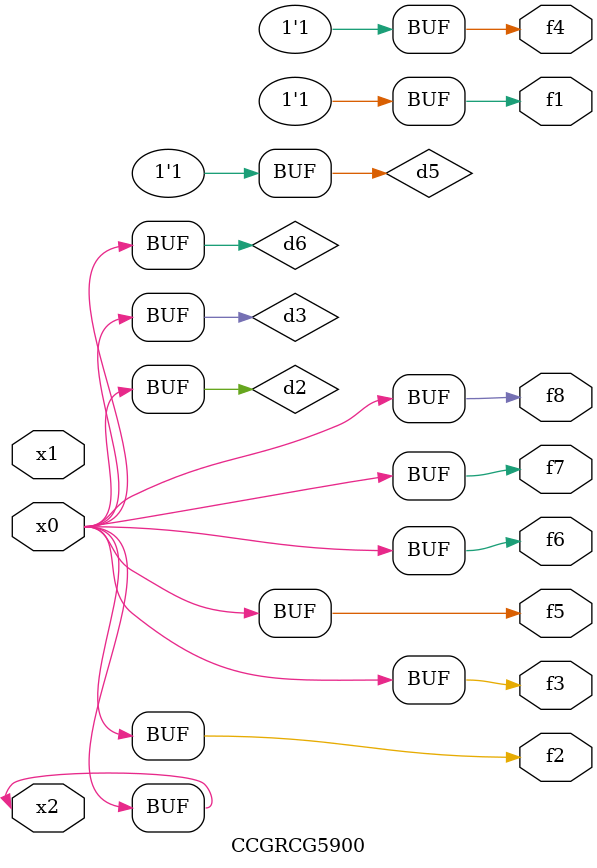
<source format=v>
module CCGRCG5900(
	input x0, x1, x2,
	output f1, f2, f3, f4, f5, f6, f7, f8
);

	wire d1, d2, d3, d4, d5, d6;

	xnor (d1, x2);
	buf (d2, x0, x2);
	and (d3, x0);
	xnor (d4, x1, x2);
	nand (d5, d1, d3);
	buf (d6, d2, d3);
	assign f1 = d5;
	assign f2 = d6;
	assign f3 = d6;
	assign f4 = d5;
	assign f5 = d6;
	assign f6 = d6;
	assign f7 = d6;
	assign f8 = d6;
endmodule

</source>
